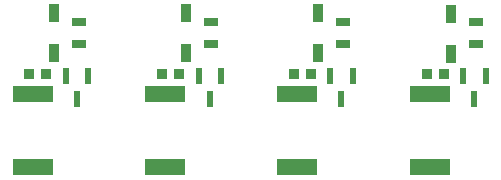
<source format=gbp>
G04*
G04 #@! TF.GenerationSoftware,Altium Limited,Altium Designer,22.0.2 (36)*
G04*
G04 Layer_Color=128*
%FSLAX25Y25*%
%MOIN*%
G70*
G04*
G04 #@! TF.SameCoordinates,5A643F03-C439-4DF5-9915-15B1C7EAFC9B*
G04*
G04*
G04 #@! TF.FilePolarity,Positive*
G04*
G01*
G75*
%ADD28R,0.03740X0.03740*%
%ADD62R,0.02362X0.05512*%
%ADD64R,0.03347X0.06299*%
%ADD133R,0.05118X0.02756*%
%ADD134R,0.13780X0.05709*%
D28*
X449508Y150000D02*
D03*
X455217D02*
D03*
X361417Y150000D02*
D03*
X367126D02*
D03*
X493799Y149902D02*
D03*
X499508D02*
D03*
X405610Y149996D02*
D03*
X411319D02*
D03*
D62*
X465453Y141535D02*
D03*
X469193Y149016D02*
D03*
X461713D02*
D03*
X509744Y141535D02*
D03*
X513484Y149016D02*
D03*
X506004D02*
D03*
X421555Y141535D02*
D03*
X425295Y149016D02*
D03*
X417815D02*
D03*
X377362Y141535D02*
D03*
X381102Y149016D02*
D03*
X373622D02*
D03*
D64*
X413779Y156688D02*
D03*
Y170074D02*
D03*
X501968Y156595D02*
D03*
Y169980D02*
D03*
X369587Y156693D02*
D03*
Y170079D02*
D03*
X457677Y156693D02*
D03*
Y170079D02*
D03*
D133*
X465945Y167323D02*
D03*
Y159843D02*
D03*
X377854Y167323D02*
D03*
Y159843D02*
D03*
X510236Y167224D02*
D03*
Y159744D02*
D03*
X422047Y167318D02*
D03*
Y159838D02*
D03*
D134*
X362500Y143307D02*
D03*
Y118898D02*
D03*
X406693Y118893D02*
D03*
Y143303D02*
D03*
X494882Y118799D02*
D03*
Y143209D02*
D03*
X450591Y118898D02*
D03*
Y143307D02*
D03*
M02*

</source>
